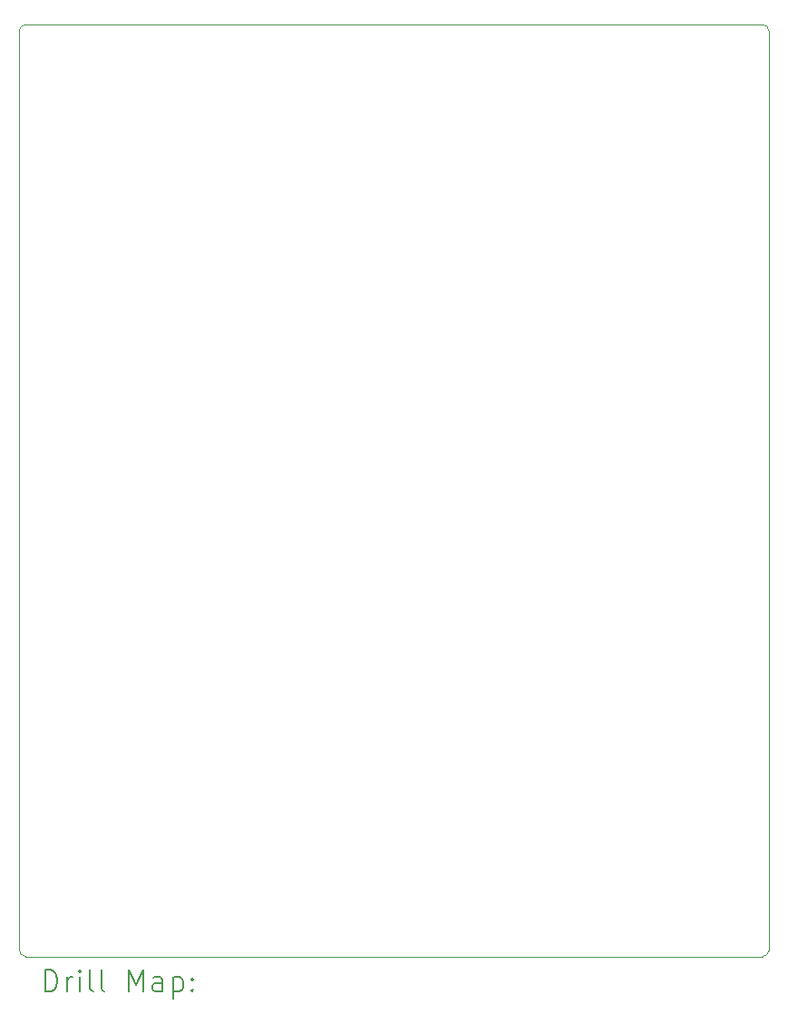
<source format=gbr>
%FSLAX45Y45*%
G04 Gerber Fmt 4.5, Leading zero omitted, Abs format (unit mm)*
G04 Created by KiCad (PCBNEW (5.99.0-10847-g28909c1a72)) date 2021-06-06 12:58:40*
%MOMM*%
%LPD*%
G01*
G04 APERTURE LIST*
%TA.AperFunction,Profile*%
%ADD10C,0.100000*%
%TD*%
%ADD11C,0.200000*%
G04 APERTURE END LIST*
D10*
X10000000Y-12840000D02*
X10000000Y-4260000D01*
X17000000Y-12840000D02*
G75*
G02*
X16940000Y-12900000I-60000J0D01*
G01*
X10060000Y-12900000D02*
G75*
G02*
X10000000Y-12840000I0J60000D01*
G01*
X16940000Y-12900000D02*
X10060000Y-12900000D01*
X10060000Y-4200000D02*
G75*
G03*
X10000000Y-4260000I0J-60000D01*
G01*
X10060000Y-4200000D02*
X16940000Y-4200000D01*
X17000000Y-4260000D02*
X17000000Y-12840000D01*
X17000000Y-4260000D02*
G75*
G03*
X16940000Y-4200000I-60000J0D01*
G01*
D11*
X10242619Y-13225476D02*
X10242619Y-13025476D01*
X10290238Y-13025476D01*
X10318810Y-13035000D01*
X10337857Y-13054048D01*
X10347381Y-13073095D01*
X10356905Y-13111190D01*
X10356905Y-13139762D01*
X10347381Y-13177857D01*
X10337857Y-13196905D01*
X10318810Y-13215952D01*
X10290238Y-13225476D01*
X10242619Y-13225476D01*
X10442619Y-13225476D02*
X10442619Y-13092143D01*
X10442619Y-13130238D02*
X10452143Y-13111190D01*
X10461667Y-13101667D01*
X10480714Y-13092143D01*
X10499762Y-13092143D01*
X10566429Y-13225476D02*
X10566429Y-13092143D01*
X10566429Y-13025476D02*
X10556905Y-13035000D01*
X10566429Y-13044524D01*
X10575952Y-13035000D01*
X10566429Y-13025476D01*
X10566429Y-13044524D01*
X10690238Y-13225476D02*
X10671190Y-13215952D01*
X10661667Y-13196905D01*
X10661667Y-13025476D01*
X10795000Y-13225476D02*
X10775952Y-13215952D01*
X10766429Y-13196905D01*
X10766429Y-13025476D01*
X11023571Y-13225476D02*
X11023571Y-13025476D01*
X11090238Y-13168333D01*
X11156905Y-13025476D01*
X11156905Y-13225476D01*
X11337857Y-13225476D02*
X11337857Y-13120714D01*
X11328333Y-13101667D01*
X11309286Y-13092143D01*
X11271190Y-13092143D01*
X11252143Y-13101667D01*
X11337857Y-13215952D02*
X11318809Y-13225476D01*
X11271190Y-13225476D01*
X11252143Y-13215952D01*
X11242619Y-13196905D01*
X11242619Y-13177857D01*
X11252143Y-13158809D01*
X11271190Y-13149286D01*
X11318809Y-13149286D01*
X11337857Y-13139762D01*
X11433095Y-13092143D02*
X11433095Y-13292143D01*
X11433095Y-13101667D02*
X11452143Y-13092143D01*
X11490238Y-13092143D01*
X11509286Y-13101667D01*
X11518809Y-13111190D01*
X11528333Y-13130238D01*
X11528333Y-13187381D01*
X11518809Y-13206428D01*
X11509286Y-13215952D01*
X11490238Y-13225476D01*
X11452143Y-13225476D01*
X11433095Y-13215952D01*
X11614048Y-13206428D02*
X11623571Y-13215952D01*
X11614048Y-13225476D01*
X11604524Y-13215952D01*
X11614048Y-13206428D01*
X11614048Y-13225476D01*
X11614048Y-13101667D02*
X11623571Y-13111190D01*
X11614048Y-13120714D01*
X11604524Y-13111190D01*
X11614048Y-13101667D01*
X11614048Y-13120714D01*
M02*

</source>
